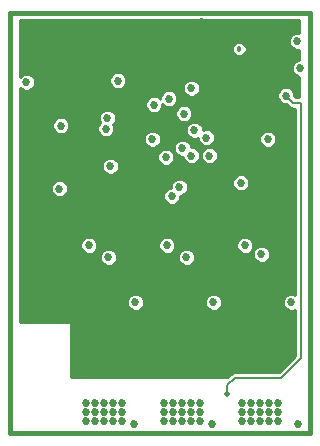
<source format=gbr>
G04 (created by PCBNEW-RS274X (2012-01-19 BZR 3256)-stable) date 9/11/2012 11:00:15 PM*
G01*
G70*
G90*
%MOIN*%
G04 Gerber Fmt 3.4, Leading zero omitted, Abs format*
%FSLAX34Y34*%
G04 APERTURE LIST*
%ADD10C,0.001000*%
%ADD11C,0.015000*%
%ADD12C,0.027000*%
%ADD13C,0.020000*%
%ADD14C,0.018000*%
%ADD15C,0.008000*%
%ADD16C,0.010000*%
G04 APERTURE END LIST*
G54D10*
G54D11*
X44016Y-40961D02*
X44016Y-54961D01*
X54016Y-40961D02*
X44016Y-40961D01*
X54016Y-54961D02*
X54016Y-40961D01*
X44016Y-54961D02*
X54016Y-54961D01*
G54D12*
X52616Y-45161D03*
X50066Y-43461D03*
X47366Y-46061D03*
X50666Y-45711D03*
X45716Y-44711D03*
X45666Y-46811D03*
X47616Y-43211D03*
X44566Y-43261D03*
G54D13*
X51266Y-53661D03*
G54D12*
X53216Y-43711D03*
X49216Y-45761D03*
X50066Y-45711D03*
X49666Y-46761D03*
X49416Y-47061D03*
X49766Y-45461D03*
X51716Y-46621D03*
X48766Y-45161D03*
X47266Y-44461D03*
X47216Y-44811D03*
X49766Y-42361D03*
X53066Y-43261D03*
X52216Y-44311D03*
X50866Y-46861D03*
X51916Y-46111D03*
X48366Y-43611D03*
X48166Y-46761D03*
X46416Y-46611D03*
X44616Y-45111D03*
X53416Y-46761D03*
X53066Y-42361D03*
X53450Y-41450D03*
X48966Y-42161D03*
X46416Y-45161D03*
X45066Y-50011D03*
X50416Y-41261D03*
X46516Y-43111D03*
X49316Y-43811D03*
X48816Y-44011D03*
X53400Y-50600D03*
X52400Y-49000D03*
X53616Y-54661D03*
X50800Y-50600D03*
X49900Y-49100D03*
X50766Y-54661D03*
X48200Y-50600D03*
X47300Y-49100D03*
X48166Y-54661D03*
X49816Y-44311D03*
X46566Y-54561D03*
X47166Y-54561D03*
X46566Y-54261D03*
X46866Y-54561D03*
X47766Y-54561D03*
X46866Y-54261D03*
X47766Y-53961D03*
X47766Y-54261D03*
X47466Y-54261D03*
X46566Y-53961D03*
X46866Y-53961D03*
X47166Y-53961D03*
X47466Y-53961D03*
X47166Y-54261D03*
X47466Y-54561D03*
X46650Y-48700D03*
G54D14*
X51666Y-42161D03*
G54D12*
X49466Y-54561D03*
X49166Y-54561D03*
X49466Y-54261D03*
X49166Y-54261D03*
X49766Y-54561D03*
X50066Y-54561D03*
X50366Y-54561D03*
X50066Y-53961D03*
X49166Y-53961D03*
X49466Y-53961D03*
X49766Y-53961D03*
X49766Y-54261D03*
X50366Y-53961D03*
X50366Y-54261D03*
X50066Y-54261D03*
X49250Y-48700D03*
X53600Y-41900D03*
X52066Y-54561D03*
X51766Y-53961D03*
X51766Y-54561D03*
X52666Y-53961D03*
X52966Y-54561D03*
X51766Y-54261D03*
X52066Y-54261D03*
X52366Y-54261D03*
X52666Y-54261D03*
X52966Y-54261D03*
X52966Y-53961D03*
X52366Y-54561D03*
X52066Y-53961D03*
X52666Y-54561D03*
X52366Y-53961D03*
X53700Y-42800D03*
X51850Y-48700D03*
X50166Y-44861D03*
X50566Y-45111D03*
G54D15*
X51266Y-53661D02*
X51266Y-53361D01*
X51266Y-53361D02*
X51516Y-53111D01*
X53716Y-52461D02*
X53716Y-49011D01*
X51516Y-53111D02*
X53066Y-53111D01*
X53716Y-43961D02*
X53466Y-43961D01*
X53716Y-45561D02*
X53716Y-43961D01*
X53716Y-49011D02*
X53716Y-45561D01*
X53066Y-53111D02*
X53716Y-52461D01*
X53466Y-43961D02*
X53216Y-43711D01*
G54D10*
G36*
X53650Y-43771D02*
X53544Y-43771D01*
X53500Y-43726D01*
X53500Y-43655D01*
X53457Y-43551D01*
X53377Y-43471D01*
X53273Y-43427D01*
X53160Y-43427D01*
X53056Y-43470D01*
X52976Y-43550D01*
X52932Y-43654D01*
X52932Y-43767D01*
X52975Y-43871D01*
X53055Y-43951D01*
X53159Y-43995D01*
X53231Y-43995D01*
X53331Y-44095D01*
X53332Y-44095D01*
X53393Y-44137D01*
X53466Y-44151D01*
X53526Y-44151D01*
X53526Y-45561D01*
X53526Y-49011D01*
X53526Y-50345D01*
X53457Y-50316D01*
X53344Y-50316D01*
X53240Y-50359D01*
X53160Y-50439D01*
X53116Y-50543D01*
X53116Y-50656D01*
X53159Y-50760D01*
X53239Y-50840D01*
X53343Y-50884D01*
X53456Y-50884D01*
X53526Y-50855D01*
X53526Y-52382D01*
X52987Y-52921D01*
X52900Y-52921D01*
X52900Y-45218D01*
X52900Y-45105D01*
X52857Y-45001D01*
X52777Y-44921D01*
X52673Y-44877D01*
X52560Y-44877D01*
X52456Y-44920D01*
X52376Y-45000D01*
X52332Y-45104D01*
X52332Y-45217D01*
X52375Y-45321D01*
X52455Y-45401D01*
X52559Y-45445D01*
X52672Y-45445D01*
X52776Y-45402D01*
X52856Y-45322D01*
X52900Y-45218D01*
X52900Y-52921D01*
X52684Y-52921D01*
X52684Y-49057D01*
X52684Y-48944D01*
X52641Y-48840D01*
X52561Y-48760D01*
X52457Y-48716D01*
X52344Y-48716D01*
X52240Y-48759D01*
X52160Y-48839D01*
X52134Y-48900D01*
X52134Y-48757D01*
X52134Y-48644D01*
X52091Y-48540D01*
X52011Y-48460D01*
X52000Y-48455D01*
X52000Y-46678D01*
X52000Y-46565D01*
X51957Y-46461D01*
X51905Y-46409D01*
X51905Y-42209D01*
X51905Y-42114D01*
X51869Y-42026D01*
X51802Y-41959D01*
X51714Y-41922D01*
X51619Y-41922D01*
X51531Y-41958D01*
X51464Y-42025D01*
X51427Y-42113D01*
X51427Y-42208D01*
X51463Y-42296D01*
X51530Y-42363D01*
X51618Y-42400D01*
X51713Y-42400D01*
X51801Y-42364D01*
X51868Y-42297D01*
X51905Y-42209D01*
X51905Y-46409D01*
X51877Y-46381D01*
X51773Y-46337D01*
X51660Y-46337D01*
X51556Y-46380D01*
X51476Y-46460D01*
X51432Y-46564D01*
X51432Y-46677D01*
X51475Y-46781D01*
X51555Y-46861D01*
X51659Y-46905D01*
X51772Y-46905D01*
X51876Y-46862D01*
X51956Y-46782D01*
X52000Y-46678D01*
X52000Y-48455D01*
X51907Y-48416D01*
X51794Y-48416D01*
X51690Y-48459D01*
X51610Y-48539D01*
X51566Y-48643D01*
X51566Y-48756D01*
X51609Y-48860D01*
X51689Y-48940D01*
X51793Y-48984D01*
X51906Y-48984D01*
X52010Y-48941D01*
X52090Y-48861D01*
X52134Y-48757D01*
X52134Y-48900D01*
X52116Y-48943D01*
X52116Y-49056D01*
X52159Y-49160D01*
X52239Y-49240D01*
X52343Y-49284D01*
X52456Y-49284D01*
X52560Y-49241D01*
X52640Y-49161D01*
X52684Y-49057D01*
X52684Y-52921D01*
X51516Y-52921D01*
X51443Y-52935D01*
X51381Y-52977D01*
X51258Y-53100D01*
X51084Y-53100D01*
X51084Y-50657D01*
X51084Y-50544D01*
X51041Y-50440D01*
X50961Y-50360D01*
X50950Y-50355D01*
X50950Y-45768D01*
X50950Y-45655D01*
X50907Y-45551D01*
X50850Y-45494D01*
X50850Y-45168D01*
X50850Y-45055D01*
X50807Y-44951D01*
X50727Y-44871D01*
X50623Y-44827D01*
X50510Y-44827D01*
X50450Y-44851D01*
X50450Y-44805D01*
X50407Y-44701D01*
X50350Y-44644D01*
X50350Y-43518D01*
X50350Y-43405D01*
X50307Y-43301D01*
X50227Y-43221D01*
X50123Y-43177D01*
X50010Y-43177D01*
X49906Y-43220D01*
X49826Y-43300D01*
X49782Y-43404D01*
X49782Y-43517D01*
X49825Y-43621D01*
X49905Y-43701D01*
X50009Y-43745D01*
X50122Y-43745D01*
X50226Y-43702D01*
X50306Y-43622D01*
X50350Y-43518D01*
X50350Y-44644D01*
X50327Y-44621D01*
X50223Y-44577D01*
X50110Y-44577D01*
X50100Y-44581D01*
X50100Y-44368D01*
X50100Y-44255D01*
X50057Y-44151D01*
X49977Y-44071D01*
X49873Y-44027D01*
X49760Y-44027D01*
X49656Y-44070D01*
X49600Y-44126D01*
X49600Y-43868D01*
X49600Y-43755D01*
X49557Y-43651D01*
X49477Y-43571D01*
X49373Y-43527D01*
X49260Y-43527D01*
X49156Y-43570D01*
X49076Y-43650D01*
X49032Y-43754D01*
X49032Y-43826D01*
X48977Y-43771D01*
X48873Y-43727D01*
X48760Y-43727D01*
X48656Y-43770D01*
X48576Y-43850D01*
X48532Y-43954D01*
X48532Y-44067D01*
X48575Y-44171D01*
X48655Y-44251D01*
X48759Y-44295D01*
X48872Y-44295D01*
X48976Y-44252D01*
X49056Y-44172D01*
X49100Y-44068D01*
X49100Y-43996D01*
X49155Y-44051D01*
X49259Y-44095D01*
X49372Y-44095D01*
X49476Y-44052D01*
X49556Y-43972D01*
X49600Y-43868D01*
X49600Y-44126D01*
X49576Y-44150D01*
X49532Y-44254D01*
X49532Y-44367D01*
X49575Y-44471D01*
X49655Y-44551D01*
X49759Y-44595D01*
X49872Y-44595D01*
X49976Y-44552D01*
X50056Y-44472D01*
X50100Y-44368D01*
X50100Y-44581D01*
X50006Y-44620D01*
X49926Y-44700D01*
X49882Y-44804D01*
X49882Y-44917D01*
X49925Y-45021D01*
X50005Y-45101D01*
X50109Y-45145D01*
X50222Y-45145D01*
X50282Y-45120D01*
X50282Y-45167D01*
X50325Y-45271D01*
X50405Y-45351D01*
X50509Y-45395D01*
X50622Y-45395D01*
X50726Y-45352D01*
X50806Y-45272D01*
X50850Y-45168D01*
X50850Y-45494D01*
X50827Y-45471D01*
X50723Y-45427D01*
X50610Y-45427D01*
X50506Y-45470D01*
X50426Y-45550D01*
X50382Y-45654D01*
X50382Y-45767D01*
X50425Y-45871D01*
X50505Y-45951D01*
X50609Y-45995D01*
X50722Y-45995D01*
X50826Y-45952D01*
X50906Y-45872D01*
X50950Y-45768D01*
X50950Y-50355D01*
X50857Y-50316D01*
X50744Y-50316D01*
X50640Y-50359D01*
X50560Y-50439D01*
X50516Y-50543D01*
X50516Y-50656D01*
X50559Y-50760D01*
X50639Y-50840D01*
X50743Y-50884D01*
X50856Y-50884D01*
X50960Y-50841D01*
X51040Y-50761D01*
X51084Y-50657D01*
X51084Y-53100D01*
X50350Y-53100D01*
X50350Y-45768D01*
X50350Y-45655D01*
X50307Y-45551D01*
X50227Y-45471D01*
X50123Y-45427D01*
X50050Y-45427D01*
X50050Y-45405D01*
X50007Y-45301D01*
X49927Y-45221D01*
X49823Y-45177D01*
X49710Y-45177D01*
X49606Y-45220D01*
X49526Y-45300D01*
X49482Y-45404D01*
X49482Y-45517D01*
X49525Y-45621D01*
X49605Y-45701D01*
X49709Y-45745D01*
X49782Y-45745D01*
X49782Y-45767D01*
X49825Y-45871D01*
X49905Y-45951D01*
X50009Y-45995D01*
X50122Y-45995D01*
X50226Y-45952D01*
X50306Y-45872D01*
X50350Y-45768D01*
X50350Y-53100D01*
X50184Y-53100D01*
X50184Y-49157D01*
X50184Y-49044D01*
X50141Y-48940D01*
X50061Y-48860D01*
X49957Y-48816D01*
X49950Y-48816D01*
X49950Y-46818D01*
X49950Y-46705D01*
X49907Y-46601D01*
X49827Y-46521D01*
X49723Y-46477D01*
X49610Y-46477D01*
X49506Y-46520D01*
X49500Y-46526D01*
X49500Y-45818D01*
X49500Y-45705D01*
X49457Y-45601D01*
X49377Y-45521D01*
X49273Y-45477D01*
X49160Y-45477D01*
X49056Y-45520D01*
X49050Y-45526D01*
X49050Y-45218D01*
X49050Y-45105D01*
X49007Y-45001D01*
X48927Y-44921D01*
X48823Y-44877D01*
X48710Y-44877D01*
X48606Y-44920D01*
X48526Y-45000D01*
X48482Y-45104D01*
X48482Y-45217D01*
X48525Y-45321D01*
X48605Y-45401D01*
X48709Y-45445D01*
X48822Y-45445D01*
X48926Y-45402D01*
X49006Y-45322D01*
X49050Y-45218D01*
X49050Y-45526D01*
X48976Y-45600D01*
X48932Y-45704D01*
X48932Y-45817D01*
X48975Y-45921D01*
X49055Y-46001D01*
X49159Y-46045D01*
X49272Y-46045D01*
X49376Y-46002D01*
X49456Y-45922D01*
X49500Y-45818D01*
X49500Y-46526D01*
X49426Y-46600D01*
X49382Y-46704D01*
X49382Y-46777D01*
X49360Y-46777D01*
X49256Y-46820D01*
X49176Y-46900D01*
X49132Y-47004D01*
X49132Y-47117D01*
X49175Y-47221D01*
X49255Y-47301D01*
X49359Y-47345D01*
X49472Y-47345D01*
X49576Y-47302D01*
X49656Y-47222D01*
X49700Y-47118D01*
X49700Y-47045D01*
X49722Y-47045D01*
X49826Y-47002D01*
X49906Y-46922D01*
X49950Y-46818D01*
X49950Y-48816D01*
X49844Y-48816D01*
X49740Y-48859D01*
X49660Y-48939D01*
X49616Y-49043D01*
X49616Y-49156D01*
X49659Y-49260D01*
X49739Y-49340D01*
X49843Y-49384D01*
X49956Y-49384D01*
X50060Y-49341D01*
X50140Y-49261D01*
X50184Y-49157D01*
X50184Y-53100D01*
X49534Y-53100D01*
X49534Y-48757D01*
X49534Y-48644D01*
X49491Y-48540D01*
X49411Y-48460D01*
X49307Y-48416D01*
X49194Y-48416D01*
X49090Y-48459D01*
X49010Y-48539D01*
X48966Y-48643D01*
X48966Y-48756D01*
X49009Y-48860D01*
X49089Y-48940D01*
X49193Y-48984D01*
X49306Y-48984D01*
X49410Y-48941D01*
X49490Y-48861D01*
X49534Y-48757D01*
X49534Y-53100D01*
X48484Y-53100D01*
X48484Y-50657D01*
X48484Y-50544D01*
X48441Y-50440D01*
X48361Y-50360D01*
X48257Y-50316D01*
X48144Y-50316D01*
X48040Y-50359D01*
X47960Y-50439D01*
X47916Y-50543D01*
X47916Y-50656D01*
X47959Y-50760D01*
X48039Y-50840D01*
X48143Y-50884D01*
X48256Y-50884D01*
X48360Y-50841D01*
X48440Y-50761D01*
X48484Y-50657D01*
X48484Y-53100D01*
X47900Y-53100D01*
X47900Y-43268D01*
X47900Y-43155D01*
X47857Y-43051D01*
X47777Y-42971D01*
X47673Y-42927D01*
X47560Y-42927D01*
X47456Y-42970D01*
X47376Y-43050D01*
X47332Y-43154D01*
X47332Y-43267D01*
X47375Y-43371D01*
X47455Y-43451D01*
X47559Y-43495D01*
X47672Y-43495D01*
X47776Y-43452D01*
X47856Y-43372D01*
X47900Y-43268D01*
X47900Y-53100D01*
X47650Y-53100D01*
X47650Y-46118D01*
X47650Y-46005D01*
X47607Y-45901D01*
X47550Y-45844D01*
X47550Y-44518D01*
X47550Y-44405D01*
X47507Y-44301D01*
X47427Y-44221D01*
X47323Y-44177D01*
X47210Y-44177D01*
X47106Y-44220D01*
X47026Y-44300D01*
X46982Y-44404D01*
X46982Y-44517D01*
X47019Y-44606D01*
X46976Y-44650D01*
X46932Y-44754D01*
X46932Y-44867D01*
X46975Y-44971D01*
X47055Y-45051D01*
X47159Y-45095D01*
X47272Y-45095D01*
X47376Y-45052D01*
X47456Y-44972D01*
X47500Y-44868D01*
X47500Y-44755D01*
X47462Y-44665D01*
X47506Y-44622D01*
X47550Y-44518D01*
X47550Y-45844D01*
X47527Y-45821D01*
X47423Y-45777D01*
X47310Y-45777D01*
X47206Y-45820D01*
X47126Y-45900D01*
X47082Y-46004D01*
X47082Y-46117D01*
X47125Y-46221D01*
X47205Y-46301D01*
X47309Y-46345D01*
X47422Y-46345D01*
X47526Y-46302D01*
X47606Y-46222D01*
X47650Y-46118D01*
X47650Y-53100D01*
X47584Y-53100D01*
X47584Y-49157D01*
X47584Y-49044D01*
X47541Y-48940D01*
X47461Y-48860D01*
X47357Y-48816D01*
X47244Y-48816D01*
X47140Y-48859D01*
X47060Y-48939D01*
X47016Y-49043D01*
X47016Y-49156D01*
X47059Y-49260D01*
X47139Y-49340D01*
X47243Y-49384D01*
X47356Y-49384D01*
X47460Y-49341D01*
X47540Y-49261D01*
X47584Y-49157D01*
X47584Y-53100D01*
X46934Y-53100D01*
X46934Y-48757D01*
X46934Y-48644D01*
X46891Y-48540D01*
X46811Y-48460D01*
X46707Y-48416D01*
X46594Y-48416D01*
X46490Y-48459D01*
X46410Y-48539D01*
X46366Y-48643D01*
X46366Y-48756D01*
X46409Y-48860D01*
X46489Y-48940D01*
X46593Y-48984D01*
X46706Y-48984D01*
X46810Y-48941D01*
X46890Y-48861D01*
X46934Y-48757D01*
X46934Y-53100D01*
X46050Y-53100D01*
X46050Y-51250D01*
X46000Y-51250D01*
X46000Y-44768D01*
X46000Y-44655D01*
X45957Y-44551D01*
X45877Y-44471D01*
X45773Y-44427D01*
X45660Y-44427D01*
X45556Y-44470D01*
X45476Y-44550D01*
X45432Y-44654D01*
X45432Y-44767D01*
X45475Y-44871D01*
X45555Y-44951D01*
X45659Y-44995D01*
X45772Y-44995D01*
X45876Y-44952D01*
X45956Y-44872D01*
X46000Y-44768D01*
X46000Y-51250D01*
X45950Y-51250D01*
X45950Y-46868D01*
X45950Y-46755D01*
X45907Y-46651D01*
X45827Y-46571D01*
X45723Y-46527D01*
X45610Y-46527D01*
X45506Y-46570D01*
X45426Y-46650D01*
X45382Y-46754D01*
X45382Y-46867D01*
X45425Y-46971D01*
X45505Y-47051D01*
X45609Y-47095D01*
X45722Y-47095D01*
X45826Y-47052D01*
X45906Y-46972D01*
X45950Y-46868D01*
X45950Y-51250D01*
X44350Y-51250D01*
X44350Y-43446D01*
X44405Y-43501D01*
X44509Y-43545D01*
X44622Y-43545D01*
X44726Y-43502D01*
X44806Y-43422D01*
X44850Y-43318D01*
X44850Y-43205D01*
X44807Y-43101D01*
X44727Y-43021D01*
X44623Y-42977D01*
X44510Y-42977D01*
X44406Y-43020D01*
X44350Y-43076D01*
X44350Y-41200D01*
X53650Y-41200D01*
X53650Y-41616D01*
X53544Y-41616D01*
X53440Y-41659D01*
X53360Y-41739D01*
X53316Y-41843D01*
X53316Y-41956D01*
X53359Y-42060D01*
X53439Y-42140D01*
X53543Y-42184D01*
X53650Y-42184D01*
X53650Y-42516D01*
X53644Y-42516D01*
X53540Y-42559D01*
X53460Y-42639D01*
X53416Y-42743D01*
X53416Y-42856D01*
X53459Y-42960D01*
X53539Y-43040D01*
X53643Y-43084D01*
X53650Y-43084D01*
X53650Y-43771D01*
X53650Y-43771D01*
G37*
G54D16*
X53650Y-43771D02*
X53544Y-43771D01*
X53500Y-43726D01*
X53500Y-43655D01*
X53457Y-43551D01*
X53377Y-43471D01*
X53273Y-43427D01*
X53160Y-43427D01*
X53056Y-43470D01*
X52976Y-43550D01*
X52932Y-43654D01*
X52932Y-43767D01*
X52975Y-43871D01*
X53055Y-43951D01*
X53159Y-43995D01*
X53231Y-43995D01*
X53331Y-44095D01*
X53332Y-44095D01*
X53393Y-44137D01*
X53466Y-44151D01*
X53526Y-44151D01*
X53526Y-45561D01*
X53526Y-49011D01*
X53526Y-50345D01*
X53457Y-50316D01*
X53344Y-50316D01*
X53240Y-50359D01*
X53160Y-50439D01*
X53116Y-50543D01*
X53116Y-50656D01*
X53159Y-50760D01*
X53239Y-50840D01*
X53343Y-50884D01*
X53456Y-50884D01*
X53526Y-50855D01*
X53526Y-52382D01*
X52987Y-52921D01*
X52900Y-52921D01*
X52900Y-45218D01*
X52900Y-45105D01*
X52857Y-45001D01*
X52777Y-44921D01*
X52673Y-44877D01*
X52560Y-44877D01*
X52456Y-44920D01*
X52376Y-45000D01*
X52332Y-45104D01*
X52332Y-45217D01*
X52375Y-45321D01*
X52455Y-45401D01*
X52559Y-45445D01*
X52672Y-45445D01*
X52776Y-45402D01*
X52856Y-45322D01*
X52900Y-45218D01*
X52900Y-52921D01*
X52684Y-52921D01*
X52684Y-49057D01*
X52684Y-48944D01*
X52641Y-48840D01*
X52561Y-48760D01*
X52457Y-48716D01*
X52344Y-48716D01*
X52240Y-48759D01*
X52160Y-48839D01*
X52134Y-48900D01*
X52134Y-48757D01*
X52134Y-48644D01*
X52091Y-48540D01*
X52011Y-48460D01*
X52000Y-48455D01*
X52000Y-46678D01*
X52000Y-46565D01*
X51957Y-46461D01*
X51905Y-46409D01*
X51905Y-42209D01*
X51905Y-42114D01*
X51869Y-42026D01*
X51802Y-41959D01*
X51714Y-41922D01*
X51619Y-41922D01*
X51531Y-41958D01*
X51464Y-42025D01*
X51427Y-42113D01*
X51427Y-42208D01*
X51463Y-42296D01*
X51530Y-42363D01*
X51618Y-42400D01*
X51713Y-42400D01*
X51801Y-42364D01*
X51868Y-42297D01*
X51905Y-42209D01*
X51905Y-46409D01*
X51877Y-46381D01*
X51773Y-46337D01*
X51660Y-46337D01*
X51556Y-46380D01*
X51476Y-46460D01*
X51432Y-46564D01*
X51432Y-46677D01*
X51475Y-46781D01*
X51555Y-46861D01*
X51659Y-46905D01*
X51772Y-46905D01*
X51876Y-46862D01*
X51956Y-46782D01*
X52000Y-46678D01*
X52000Y-48455D01*
X51907Y-48416D01*
X51794Y-48416D01*
X51690Y-48459D01*
X51610Y-48539D01*
X51566Y-48643D01*
X51566Y-48756D01*
X51609Y-48860D01*
X51689Y-48940D01*
X51793Y-48984D01*
X51906Y-48984D01*
X52010Y-48941D01*
X52090Y-48861D01*
X52134Y-48757D01*
X52134Y-48900D01*
X52116Y-48943D01*
X52116Y-49056D01*
X52159Y-49160D01*
X52239Y-49240D01*
X52343Y-49284D01*
X52456Y-49284D01*
X52560Y-49241D01*
X52640Y-49161D01*
X52684Y-49057D01*
X52684Y-52921D01*
X51516Y-52921D01*
X51443Y-52935D01*
X51381Y-52977D01*
X51258Y-53100D01*
X51084Y-53100D01*
X51084Y-50657D01*
X51084Y-50544D01*
X51041Y-50440D01*
X50961Y-50360D01*
X50950Y-50355D01*
X50950Y-45768D01*
X50950Y-45655D01*
X50907Y-45551D01*
X50850Y-45494D01*
X50850Y-45168D01*
X50850Y-45055D01*
X50807Y-44951D01*
X50727Y-44871D01*
X50623Y-44827D01*
X50510Y-44827D01*
X50450Y-44851D01*
X50450Y-44805D01*
X50407Y-44701D01*
X50350Y-44644D01*
X50350Y-43518D01*
X50350Y-43405D01*
X50307Y-43301D01*
X50227Y-43221D01*
X50123Y-43177D01*
X50010Y-43177D01*
X49906Y-43220D01*
X49826Y-43300D01*
X49782Y-43404D01*
X49782Y-43517D01*
X49825Y-43621D01*
X49905Y-43701D01*
X50009Y-43745D01*
X50122Y-43745D01*
X50226Y-43702D01*
X50306Y-43622D01*
X50350Y-43518D01*
X50350Y-44644D01*
X50327Y-44621D01*
X50223Y-44577D01*
X50110Y-44577D01*
X50100Y-44581D01*
X50100Y-44368D01*
X50100Y-44255D01*
X50057Y-44151D01*
X49977Y-44071D01*
X49873Y-44027D01*
X49760Y-44027D01*
X49656Y-44070D01*
X49600Y-44126D01*
X49600Y-43868D01*
X49600Y-43755D01*
X49557Y-43651D01*
X49477Y-43571D01*
X49373Y-43527D01*
X49260Y-43527D01*
X49156Y-43570D01*
X49076Y-43650D01*
X49032Y-43754D01*
X49032Y-43826D01*
X48977Y-43771D01*
X48873Y-43727D01*
X48760Y-43727D01*
X48656Y-43770D01*
X48576Y-43850D01*
X48532Y-43954D01*
X48532Y-44067D01*
X48575Y-44171D01*
X48655Y-44251D01*
X48759Y-44295D01*
X48872Y-44295D01*
X48976Y-44252D01*
X49056Y-44172D01*
X49100Y-44068D01*
X49100Y-43996D01*
X49155Y-44051D01*
X49259Y-44095D01*
X49372Y-44095D01*
X49476Y-44052D01*
X49556Y-43972D01*
X49600Y-43868D01*
X49600Y-44126D01*
X49576Y-44150D01*
X49532Y-44254D01*
X49532Y-44367D01*
X49575Y-44471D01*
X49655Y-44551D01*
X49759Y-44595D01*
X49872Y-44595D01*
X49976Y-44552D01*
X50056Y-44472D01*
X50100Y-44368D01*
X50100Y-44581D01*
X50006Y-44620D01*
X49926Y-44700D01*
X49882Y-44804D01*
X49882Y-44917D01*
X49925Y-45021D01*
X50005Y-45101D01*
X50109Y-45145D01*
X50222Y-45145D01*
X50282Y-45120D01*
X50282Y-45167D01*
X50325Y-45271D01*
X50405Y-45351D01*
X50509Y-45395D01*
X50622Y-45395D01*
X50726Y-45352D01*
X50806Y-45272D01*
X50850Y-45168D01*
X50850Y-45494D01*
X50827Y-45471D01*
X50723Y-45427D01*
X50610Y-45427D01*
X50506Y-45470D01*
X50426Y-45550D01*
X50382Y-45654D01*
X50382Y-45767D01*
X50425Y-45871D01*
X50505Y-45951D01*
X50609Y-45995D01*
X50722Y-45995D01*
X50826Y-45952D01*
X50906Y-45872D01*
X50950Y-45768D01*
X50950Y-50355D01*
X50857Y-50316D01*
X50744Y-50316D01*
X50640Y-50359D01*
X50560Y-50439D01*
X50516Y-50543D01*
X50516Y-50656D01*
X50559Y-50760D01*
X50639Y-50840D01*
X50743Y-50884D01*
X50856Y-50884D01*
X50960Y-50841D01*
X51040Y-50761D01*
X51084Y-50657D01*
X51084Y-53100D01*
X50350Y-53100D01*
X50350Y-45768D01*
X50350Y-45655D01*
X50307Y-45551D01*
X50227Y-45471D01*
X50123Y-45427D01*
X50050Y-45427D01*
X50050Y-45405D01*
X50007Y-45301D01*
X49927Y-45221D01*
X49823Y-45177D01*
X49710Y-45177D01*
X49606Y-45220D01*
X49526Y-45300D01*
X49482Y-45404D01*
X49482Y-45517D01*
X49525Y-45621D01*
X49605Y-45701D01*
X49709Y-45745D01*
X49782Y-45745D01*
X49782Y-45767D01*
X49825Y-45871D01*
X49905Y-45951D01*
X50009Y-45995D01*
X50122Y-45995D01*
X50226Y-45952D01*
X50306Y-45872D01*
X50350Y-45768D01*
X50350Y-53100D01*
X50184Y-53100D01*
X50184Y-49157D01*
X50184Y-49044D01*
X50141Y-48940D01*
X50061Y-48860D01*
X49957Y-48816D01*
X49950Y-48816D01*
X49950Y-46818D01*
X49950Y-46705D01*
X49907Y-46601D01*
X49827Y-46521D01*
X49723Y-46477D01*
X49610Y-46477D01*
X49506Y-46520D01*
X49500Y-46526D01*
X49500Y-45818D01*
X49500Y-45705D01*
X49457Y-45601D01*
X49377Y-45521D01*
X49273Y-45477D01*
X49160Y-45477D01*
X49056Y-45520D01*
X49050Y-45526D01*
X49050Y-45218D01*
X49050Y-45105D01*
X49007Y-45001D01*
X48927Y-44921D01*
X48823Y-44877D01*
X48710Y-44877D01*
X48606Y-44920D01*
X48526Y-45000D01*
X48482Y-45104D01*
X48482Y-45217D01*
X48525Y-45321D01*
X48605Y-45401D01*
X48709Y-45445D01*
X48822Y-45445D01*
X48926Y-45402D01*
X49006Y-45322D01*
X49050Y-45218D01*
X49050Y-45526D01*
X48976Y-45600D01*
X48932Y-45704D01*
X48932Y-45817D01*
X48975Y-45921D01*
X49055Y-46001D01*
X49159Y-46045D01*
X49272Y-46045D01*
X49376Y-46002D01*
X49456Y-45922D01*
X49500Y-45818D01*
X49500Y-46526D01*
X49426Y-46600D01*
X49382Y-46704D01*
X49382Y-46777D01*
X49360Y-46777D01*
X49256Y-46820D01*
X49176Y-46900D01*
X49132Y-47004D01*
X49132Y-47117D01*
X49175Y-47221D01*
X49255Y-47301D01*
X49359Y-47345D01*
X49472Y-47345D01*
X49576Y-47302D01*
X49656Y-47222D01*
X49700Y-47118D01*
X49700Y-47045D01*
X49722Y-47045D01*
X49826Y-47002D01*
X49906Y-46922D01*
X49950Y-46818D01*
X49950Y-48816D01*
X49844Y-48816D01*
X49740Y-48859D01*
X49660Y-48939D01*
X49616Y-49043D01*
X49616Y-49156D01*
X49659Y-49260D01*
X49739Y-49340D01*
X49843Y-49384D01*
X49956Y-49384D01*
X50060Y-49341D01*
X50140Y-49261D01*
X50184Y-49157D01*
X50184Y-53100D01*
X49534Y-53100D01*
X49534Y-48757D01*
X49534Y-48644D01*
X49491Y-48540D01*
X49411Y-48460D01*
X49307Y-48416D01*
X49194Y-48416D01*
X49090Y-48459D01*
X49010Y-48539D01*
X48966Y-48643D01*
X48966Y-48756D01*
X49009Y-48860D01*
X49089Y-48940D01*
X49193Y-48984D01*
X49306Y-48984D01*
X49410Y-48941D01*
X49490Y-48861D01*
X49534Y-48757D01*
X49534Y-53100D01*
X48484Y-53100D01*
X48484Y-50657D01*
X48484Y-50544D01*
X48441Y-50440D01*
X48361Y-50360D01*
X48257Y-50316D01*
X48144Y-50316D01*
X48040Y-50359D01*
X47960Y-50439D01*
X47916Y-50543D01*
X47916Y-50656D01*
X47959Y-50760D01*
X48039Y-50840D01*
X48143Y-50884D01*
X48256Y-50884D01*
X48360Y-50841D01*
X48440Y-50761D01*
X48484Y-50657D01*
X48484Y-53100D01*
X47900Y-53100D01*
X47900Y-43268D01*
X47900Y-43155D01*
X47857Y-43051D01*
X47777Y-42971D01*
X47673Y-42927D01*
X47560Y-42927D01*
X47456Y-42970D01*
X47376Y-43050D01*
X47332Y-43154D01*
X47332Y-43267D01*
X47375Y-43371D01*
X47455Y-43451D01*
X47559Y-43495D01*
X47672Y-43495D01*
X47776Y-43452D01*
X47856Y-43372D01*
X47900Y-43268D01*
X47900Y-53100D01*
X47650Y-53100D01*
X47650Y-46118D01*
X47650Y-46005D01*
X47607Y-45901D01*
X47550Y-45844D01*
X47550Y-44518D01*
X47550Y-44405D01*
X47507Y-44301D01*
X47427Y-44221D01*
X47323Y-44177D01*
X47210Y-44177D01*
X47106Y-44220D01*
X47026Y-44300D01*
X46982Y-44404D01*
X46982Y-44517D01*
X47019Y-44606D01*
X46976Y-44650D01*
X46932Y-44754D01*
X46932Y-44867D01*
X46975Y-44971D01*
X47055Y-45051D01*
X47159Y-45095D01*
X47272Y-45095D01*
X47376Y-45052D01*
X47456Y-44972D01*
X47500Y-44868D01*
X47500Y-44755D01*
X47462Y-44665D01*
X47506Y-44622D01*
X47550Y-44518D01*
X47550Y-45844D01*
X47527Y-45821D01*
X47423Y-45777D01*
X47310Y-45777D01*
X47206Y-45820D01*
X47126Y-45900D01*
X47082Y-46004D01*
X47082Y-46117D01*
X47125Y-46221D01*
X47205Y-46301D01*
X47309Y-46345D01*
X47422Y-46345D01*
X47526Y-46302D01*
X47606Y-46222D01*
X47650Y-46118D01*
X47650Y-53100D01*
X47584Y-53100D01*
X47584Y-49157D01*
X47584Y-49044D01*
X47541Y-48940D01*
X47461Y-48860D01*
X47357Y-48816D01*
X47244Y-48816D01*
X47140Y-48859D01*
X47060Y-48939D01*
X47016Y-49043D01*
X47016Y-49156D01*
X47059Y-49260D01*
X47139Y-49340D01*
X47243Y-49384D01*
X47356Y-49384D01*
X47460Y-49341D01*
X47540Y-49261D01*
X47584Y-49157D01*
X47584Y-53100D01*
X46934Y-53100D01*
X46934Y-48757D01*
X46934Y-48644D01*
X46891Y-48540D01*
X46811Y-48460D01*
X46707Y-48416D01*
X46594Y-48416D01*
X46490Y-48459D01*
X46410Y-48539D01*
X46366Y-48643D01*
X46366Y-48756D01*
X46409Y-48860D01*
X46489Y-48940D01*
X46593Y-48984D01*
X46706Y-48984D01*
X46810Y-48941D01*
X46890Y-48861D01*
X46934Y-48757D01*
X46934Y-53100D01*
X46050Y-53100D01*
X46050Y-51250D01*
X46000Y-51250D01*
X46000Y-44768D01*
X46000Y-44655D01*
X45957Y-44551D01*
X45877Y-44471D01*
X45773Y-44427D01*
X45660Y-44427D01*
X45556Y-44470D01*
X45476Y-44550D01*
X45432Y-44654D01*
X45432Y-44767D01*
X45475Y-44871D01*
X45555Y-44951D01*
X45659Y-44995D01*
X45772Y-44995D01*
X45876Y-44952D01*
X45956Y-44872D01*
X46000Y-44768D01*
X46000Y-51250D01*
X45950Y-51250D01*
X45950Y-46868D01*
X45950Y-46755D01*
X45907Y-46651D01*
X45827Y-46571D01*
X45723Y-46527D01*
X45610Y-46527D01*
X45506Y-46570D01*
X45426Y-46650D01*
X45382Y-46754D01*
X45382Y-46867D01*
X45425Y-46971D01*
X45505Y-47051D01*
X45609Y-47095D01*
X45722Y-47095D01*
X45826Y-47052D01*
X45906Y-46972D01*
X45950Y-46868D01*
X45950Y-51250D01*
X44350Y-51250D01*
X44350Y-43446D01*
X44405Y-43501D01*
X44509Y-43545D01*
X44622Y-43545D01*
X44726Y-43502D01*
X44806Y-43422D01*
X44850Y-43318D01*
X44850Y-43205D01*
X44807Y-43101D01*
X44727Y-43021D01*
X44623Y-42977D01*
X44510Y-42977D01*
X44406Y-43020D01*
X44350Y-43076D01*
X44350Y-41200D01*
X53650Y-41200D01*
X53650Y-41616D01*
X53544Y-41616D01*
X53440Y-41659D01*
X53360Y-41739D01*
X53316Y-41843D01*
X53316Y-41956D01*
X53359Y-42060D01*
X53439Y-42140D01*
X53543Y-42184D01*
X53650Y-42184D01*
X53650Y-42516D01*
X53644Y-42516D01*
X53540Y-42559D01*
X53460Y-42639D01*
X53416Y-42743D01*
X53416Y-42856D01*
X53459Y-42960D01*
X53539Y-43040D01*
X53643Y-43084D01*
X53650Y-43084D01*
X53650Y-43771D01*
M02*

</source>
